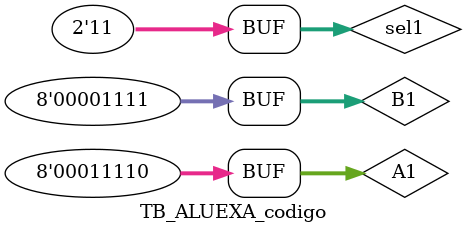
<source format=v>
`timescale 1us/100ps
module TB_ALUEXA_codigo;

reg[1:0] sel1;
reg[7:0] A1;
reg[7:0] B1;
wire[8:0] C;
wire[7:0] acumulador1;
localparam periodo=10;

ALUEXA DUT1(.sel(sel1), .A(A1), .B(B1), .C(C), .acumulador(acumulador1));

initial
	begin
//Primer calculo cuando sel=00
	sel1=2'b00;
	A1=8'd25;
	B1=8'd10;
	#periodo; 
	
	sel1=2'b01;
	A1=8'd30;
	B1=8'd15;
	#periodo; 

	sel1=2'b10;
	A1=8'd30;
	B1=8'd15;
	#periodo; 

	sel1=2'b11;
	A1=8'd30;
	B1=8'd15;
	#periodo; 

	end
endmodule

</source>
